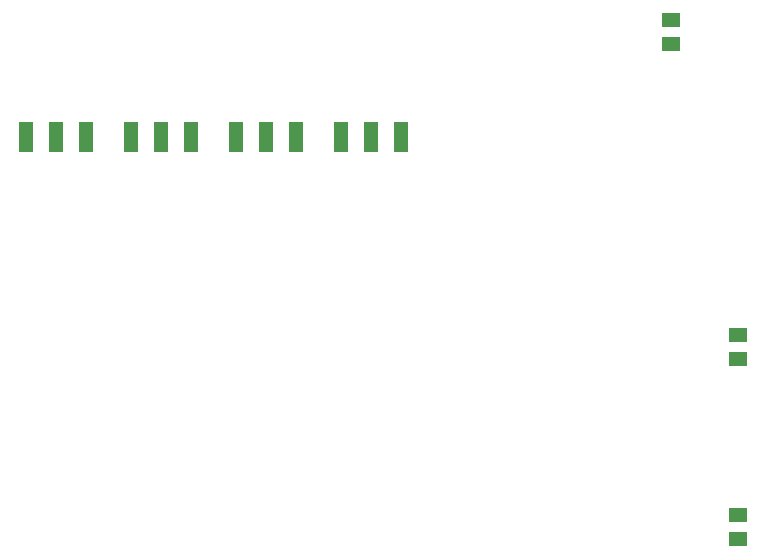
<source format=gbr>
G04 EAGLE Gerber RS-274X export*
G75*
%MOMM*%
%FSLAX34Y34*%
%LPD*%
%INSolderpaste Top*%
%IPPOS*%
%AMOC8*
5,1,8,0,0,1.08239X$1,22.5*%
G01*
%ADD10R,1.270000X2.540000*%
%ADD11R,1.600000X1.300000*%


D10*
X25400Y444500D03*
X292100Y444500D03*
X317500Y444500D03*
X342900Y444500D03*
X50800Y444500D03*
X76200Y444500D03*
X114300Y444500D03*
X139700Y444500D03*
X165100Y444500D03*
X203200Y444500D03*
X228600Y444500D03*
X254000Y444500D03*
D11*
X628650Y276700D03*
X628650Y256700D03*
X628650Y104300D03*
X628650Y124300D03*
X571500Y543400D03*
X571500Y523400D03*
M02*

</source>
